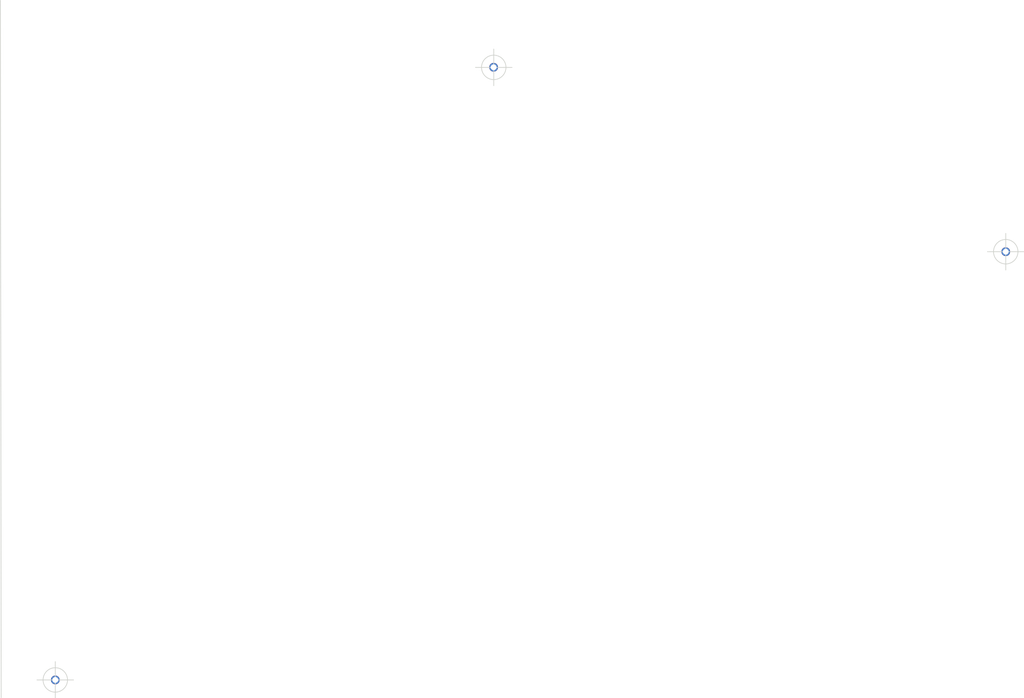
<source format=kicad_pcb>
(kicad_pcb (version 20171130) (host pcbnew 5.1.6-c6e7f7d~86~ubuntu18.04.1)

  (general
    (thickness 1.6)
    (drawings 8)
    (tracks 4)
    (zones 0)
    (modules 0)
    (nets 2)
  )

  (page A4)
  (layers
    (0 F.Cu signal)
    (31 B.Cu signal)
    (32 B.Adhes user hide)
    (33 F.Adhes user hide)
    (34 B.Paste user hide)
    (35 F.Paste user hide)
    (36 B.SilkS user hide)
    (37 F.SilkS user hide)
    (38 B.Mask user hide)
    (39 F.Mask user hide)
    (40 Dwgs.User user hide)
    (41 Cmts.User user hide)
    (42 Eco1.User user hide)
    (43 Eco2.User user hide)
    (44 Edge.Cuts user)
    (45 Margin user hide)
    (46 B.CrtYd user hide)
    (47 F.CrtYd user hide)
    (48 B.Fab user hide)
    (49 F.Fab user hide)
  )

  (setup
    (last_trace_width 0.25)
    (user_trace_width 0.762)
    (user_trace_width 1.016)
    (user_trace_width 1.27)
    (trace_clearance 0.2)
    (zone_clearance 0.508)
    (zone_45_only no)
    (trace_min 0.2)
    (via_size 1.2)
    (via_drill 0.8)
    (via_min_size 0.4)
    (via_min_drill 0.3)
    (user_via 0.508 0.3048)
    (user_via 0.762 0.381)
    (user_via 1.016 0.508)
    (uvia_size 0.3)
    (uvia_drill 0.1)
    (uvias_allowed no)
    (uvia_min_size 0.2)
    (uvia_min_drill 0.1)
    (edge_width 0.1)
    (segment_width 0.2)
    (pcb_text_width 0.3)
    (pcb_text_size 1.5 1.5)
    (mod_edge_width 0.15)
    (mod_text_size 1 1)
    (mod_text_width 0.15)
    (pad_size 2.4 1.6)
    (pad_drill 0.8)
    (pad_to_mask_clearance 0)
    (aux_axis_origin 108.9559 152.6332)
    (grid_origin 4.36 4.19)
    (visible_elements FFFFFF7F)
    (pcbplotparams
      (layerselection 0x00000_7fffffff)
      (usegerberextensions false)
      (usegerberattributes false)
      (usegerberadvancedattributes false)
      (creategerberjobfile false)
      (excludeedgelayer true)
      (linewidth 0.100000)
      (plotframeref false)
      (viasonmask false)
      (mode 1)
      (useauxorigin false)
      (hpglpennumber 1)
      (hpglpenspeed 20)
      (hpglpendiameter 15.000000)
      (psnegative false)
      (psa4output false)
      (plotreference true)
      (plotvalue true)
      (plotinvisibletext false)
      (padsonsilk false)
      (subtractmaskfromsilk false)
      (outputformat 1)
      (mirror false)
      (drillshape 0)
      (scaleselection 1)
      (outputdirectory "/home/mike/script/kicad_laser/kicad-laser-min/"))
  )

  (net 0 "")
  (net 1 A10)

  (net_class Default "This is the default net class."
    (clearance 0.2)
    (trace_width 0.25)
    (via_dia 1.2)
    (via_drill 0.8)
    (uvia_dia 0.3)
    (uvia_drill 0.1)
    (add_net A10)
  )

  (target plus (at 168.317 38.734) (size 5) (width 0.1) (layer Edge.Cuts))
  (target plus (at 238.167 63.88) (size 5) (width 0.1) (layer Edge.Cuts) (tstamp 5F574AE0))
  (target plus (at 108.5 122.3) (size 5) (width 0.1) (layer Edge.Cuts) (tstamp 5F574ADF))
  (gr_line (start 101.007 29.59) (end 101.1213 124.713) (layer Edge.Cuts) (width 0.1))
  (gr_line (start 101.007 29.59) (end 101.08 124.713) (layer Margin) (width 0.15) (tstamp 5EEB6921))
  (gr_line (start 245.914 29.59) (end 101.08 29.59) (layer Margin) (width 0.15))
  (gr_line (start 245.66 124.84) (end 245.914 29.59) (layer Margin) (width 0.15))
  (gr_line (start 101.08 124.713) (end 245.66 124.84) (layer Margin) (width 0.15))

  (via (at 238.167 63.88) (size 1.2) (drill 0.8) (layers F.Cu B.Cu) (net 0))
  (via (at 108.5 122.3) (size 1.2) (drill 0.8) (layers F.Cu B.Cu) (net 0))
  (via (at 168.3 38.717) (size 1.2) (drill 0.8) (layers F.Cu B.Cu) (net 1))
  (segment (start 168.283 38.734) (end 168.3 38.717) (width 1.016) (layer B.Cu) (net 1))

)

</source>
